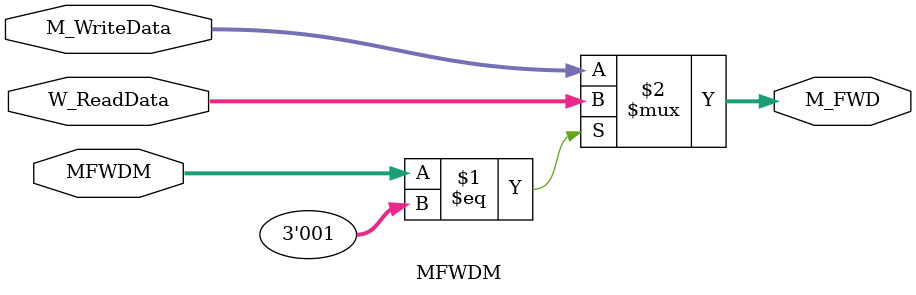
<source format=v>
`timescale 1ns / 1ps
module MPC (
    input MPC,
    input [31:0] NPC,
    input [31:0] PC4,

    output [31:0] NextPC
);

    assign NextPC = (MPC == 1'b1) ? (NPC) : (PC4);
    
endmodule

module MRFWA (
    input [4:0] D_Instr20_16,
    input [4:0] D_Instr15_11,
    input [1:0] D_MRFWA,

    output [4:0] A3
);
    wire [4:0] rt,rd;
    assign rt = D_Instr20_16;
    assign rd = D_Instr15_11;


    assign A3 = (D_MRFWA == 2'b10) ? (5'd31) : 
                (D_MRFWA == 2'b01) ? (rd)    : (rt);
    
endmodule

module MALUB (
    input [31:0] E_FALUB,
    input [31:0] E_EXTImm,
    input E_MALUB,

    output [31:0] ALUB
);
    
    assign ALUB = (E_MALUB == 1'b1) ? (E_EXTImm) : (E_FALUB);
    
endmodule

module MRFWD (
    input [31:0] W_ALUResult,
    input [31:0] W_ReadData,
    input [31:0] W_PC,
    input [1:0] W_MRFWD,
    
    output [31:0] RFWD
);

    assign RFWD = (W_MRFWD == 2'b10) ? (W_PC + 32'd8) :
                  (W_MRFWD == 2'b01) ? (W_ReadData)   : (W_ALUResult);
    
endmodule


//Forward MUX//
module MFRD1D (
    input [31:0] D_RD1,
    input [31:0] W_ALUResult,
    input [31:0] W_ReadData,
    input [31:0] W_PC,
    input [31:0] M_ALUResult,
    input [31:0] M_PC,
    input [31:0] E_PC,
    input [2:0] MFRD1D,

    output [31:0] D_FRD1
);

    assign D_FRD1 = (MFRD1D == 3'b110) ? (E_PC + 32'd8) :
                    (MFRD1D == 3'b101) ? (M_PC + 32'd8) :
                    (MFRD1D == 3'b100) ? (M_ALUResult)  :
                    (MFRD1D == 3'b011) ? (W_PC + 32'd8) :
                    (MFRD1D == 3'b010) ? (W_ReadData)   :
                    (MFRD1D == 3'b001) ? (W_ALUResult)  : (D_RD1); 
    
endmodule

module MFRD2D (
    input [31:0] D_RD2,
    input [31:0] W_ALUResult,
    input [31:0] W_ReadData,
    input [31:0] W_PC,
    input [31:0] M_ALUResult,
    input [31:0] M_PC,
    input [31:0] E_PC,
    input [2:0] MFRD2D,

    output [31:0] D_FRD2
);
    
    assign D_FRD2 = (MFRD2D == 3'b110) ? (E_PC + 32'd8) :
                    (MFRD2D == 3'b101) ? (M_PC + 32'd8) :
                    (MFRD2D == 3'b100) ? (M_ALUResult)  :
                    (MFRD2D == 3'b011) ? (W_PC + 32'd8) :
                    (MFRD2D == 3'b010) ? (W_ReadData)   :
                    (MFRD2D == 3'b001) ? (W_ALUResult)  : (D_RD2);
endmodule

module MFALUAE (
    input [31:0] E_RD1,
    input [31:0] W_ReadData,
    input [31:0] M_ALUResult,
    input [31:0] M_PC,
    input [2:0] MFALUAE,

    output [31:0] E_FALUA
);

    assign E_FALUA = (MFALUAE == 3'b011) ? (M_PC + 32'd8) :
                     (MFALUAE == 3'b010) ? (M_ALUResult) :
                     (MFALUAE == 3'b001) ? (W_ReadData)  : (E_RD1);
    
endmodule

module MFALUBE (
    input [31:0] E_RD2,
    input [31:0] W_ReadData,
    input [31:0] M_ALUResult,
    input [31:0] M_PC,
    input [2:0] MFALUBE,

    output [31:0] E_FALUB
);
    
    assign E_FALUB = (MFALUBE == 3'b011) ? (M_PC + 32'd8) :
                     (MFALUBE == 3'b010) ? (M_ALUResult) :
                     (MFALUBE == 3'b001) ? (W_ReadData)  : (E_RD2);

endmodule

module MFWDM (
    input [31:0] M_WriteData,
    input [31:0] W_ReadData,
    input [2:0] MFWDM,

    output [31:0] M_FWD
);

    assign M_FWD = (MFWDM == 3'b001) ? (W_ReadData) : (M_WriteData);
    
endmodule
</source>
